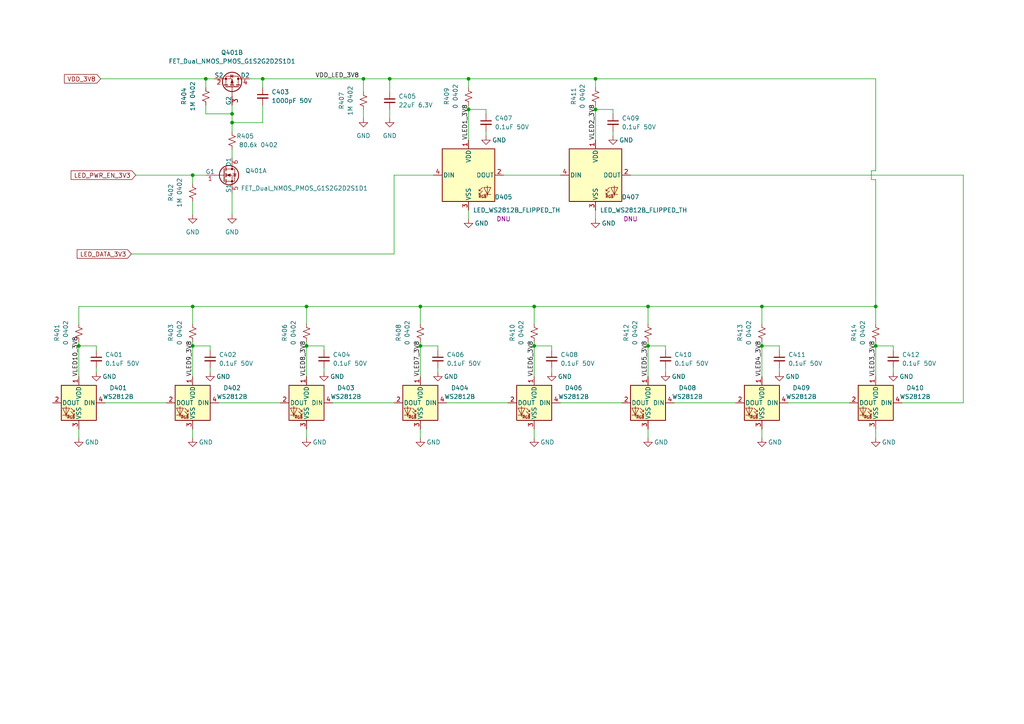
<source format=kicad_sch>
(kicad_sch (version 20211123) (generator eeschema)
  (paper "A4")
  (lib_symbols
    (symbol "Device:C_Small" (pin_numbers hide) (pin_names (offset 0.254) hide)
      (property "Reference" "C" (at 0.254 1.778 0))
      (property "Value" "C_Small" (at 0.254 -2.032 0))
      (symbol "C_Small_0_1"
        (polyline (pts (xy -1.524 -0.508) (xy 1.524 -0.508)) (stroke (width 0.3302)))
        (polyline (pts (xy -1.524 0.508) (xy 1.524 0.508)) (stroke (width 0.3048)))
      )
      (symbol "C_Small_1_1"
        (pin passive line (at 0 2.54 270) (length 2.032) (name "~") (number "1"))
        (pin passive line (at 0 -2.54 90) (length 2.032) (name "~") (number "2"))
      )
    )
    (symbol "Device:R_Small_US" (pin_numbers hide) (pin_names (offset 0.254) hide)
      (property "Reference" "R" (at 0.762 0.508 0))
      (property "Value" "R_Small_US" (at 0.762 -1.016 0))
      (symbol "R_Small_US_1_1"
        (polyline (pts (xy 0 0) (xy 1.016 -0.381) (xy 0 -0.762) (xy -1.016 -1.143) (xy 0 -1.524)))
        (polyline (pts (xy 0 1.524) (xy 1.016 1.143) (xy 0 0.762) (xy -1.016 0.381) (xy 0 0)))
        (pin passive line (at 0 2.54 270) (length 1.016) (name "~") (number "1"))
        (pin passive line (at 0 -2.54 90) (length 1.016) (name "~") (number "2"))
      )
    )
    (symbol "LED:WS2812B" (pin_names (offset 0.254))
      (property "Reference" "D" (at 5.08 5.715 0))
      (property "Value" "WS2812B" (at 1.27 -5.715 0))
      (symbol "WS2812B_0_0"
        (text "RGB" (at 2.286 -4.191 0) (effects (font (size 0.762 0.762))))
      )
      (symbol "WS2812B_0_1"
        (polyline (pts (xy 1.27 -3.556) (xy 1.778 -3.556)))
        (polyline (pts (xy 1.27 -2.54) (xy 1.778 -2.54)))
        (polyline (pts (xy 4.699 -3.556) (xy 2.667 -3.556)))
        (polyline (pts (xy 2.286 -2.54) (xy 1.27 -3.556) (xy 1.27 -3.048)))
        (polyline (pts (xy 2.286 -1.524) (xy 1.27 -2.54) (xy 1.27 -2.032)))
        (polyline (pts (xy 3.683 -1.016) (xy 3.683 -3.556) (xy 3.683 -4.064)))
        (polyline (pts (xy 4.699 -1.524) (xy 2.667 -1.524) (xy 3.683 -3.556) (xy 4.699 -1.524)))
        (rectangle (start 5.08 5.08) (end -5.08 -5.08) (stroke (width 0.254)) (fill (type background)))
      )
      (symbol "WS2812B_1_1"
        (pin power_in line (at 0 7.62 270) (length 2.54) (name "VDD") (number "1"))
        (pin output line (at 7.62 0 180) (length 2.54) (name "DOUT") (number "2"))
        (pin power_in line (at 0 -7.62 90) (length 2.54) (name "VSS") (number "3"))
        (pin input line (at -7.62 0 0) (length 2.54) (name "DIN") (number "4"))
      )
    )
    (symbol "RK_LED:LED_WS2812B_FLIPPED_TH" (pin_names (offset 0.254))
      (property "Reference" "D" (at 3.302 -10.668 0))
      (property "Value" "LED_WS2812B_FLIPPED_TH" (at 1.778 -10.668 0))
      (symbol "LED_WS2812B_FLIPPED_TH_0_0"
        (text "RGB" (at 4.064 -6.223 0) (effects (font (size 0.762 0.762))))
      )
      (symbol "LED_WS2812B_FLIPPED_TH_0_1"
        (rectangle (start -7.62 7.62) (end 7.62 -7.62) (stroke (width 0.254)) (fill (type background)))
        (polyline (pts (xy 3.048 -5.588) (xy 3.556 -5.588)))
        (polyline (pts (xy 3.048 -4.572) (xy 3.556 -4.572)))
        (polyline (pts (xy 6.477 -5.588) (xy 4.445 -5.588)))
        (polyline (pts (xy 4.064 -4.572) (xy 3.048 -5.588) (xy 3.048 -5.08)))
        (polyline (pts (xy 4.064 -3.556) (xy 3.048 -4.572) (xy 3.048 -4.064)))
        (polyline (pts (xy 5.461 -3.048) (xy 5.461 -5.588) (xy 5.461 -6.096)))
        (polyline (pts (xy 6.477 -3.556) (xy 4.445 -3.556) (xy 5.461 -5.588) (xy 6.477 -3.556)))
      )
      (symbol "LED_WS2812B_FLIPPED_TH_1_1"
        (pin power_in line (at 0 10.16 270) (length 2.54) (name "VDD") (number "1"))
        (pin output line (at 10.16 0 180) (length 2.54) (name "DOUT") (number "2"))
        (pin power_in line (at 0 -10.16 90) (length 2.54) (name "VSS") (number "3"))
        (pin input line (at -10.16 0 0) (length 2.54) (name "DIN") (number "4"))
      )
    )
    (symbol "RK_Transistor_FET:FET_Dual_NMOS_PMOS_G1S2G2D2S1D1" (pin_names (offset 0))
      (property "Reference" "Q" (at 5.08 1.27 0))
      (property "Value" "FET_Dual_NMOS_PMOS_G1S2G2D2S1D1" (at 5.08 -1.27 0))
      (symbol "FET_Dual_NMOS_PMOS_G1S2G2D2S1D1_0_1"
        (polyline (pts (xy 0.762 0.508) (xy 0.762 -0.508)) (stroke (width 0.254)))
      )
      (symbol "FET_Dual_NMOS_PMOS_G1S2G2D2S1D1_1_1"
        (polyline (pts (xy 0.254 0) (xy -2.54 0)))
        (polyline (pts (xy 0.254 1.905) (xy 0.254 -1.905)) (stroke (width 0.254)))
        (polyline (pts (xy 0.762 -1.27) (xy 0.762 -2.286)) (stroke (width 0.254)))
        (polyline (pts (xy 0.762 0.508) (xy 0.762 -0.508)) (stroke (width 0.254)))
        (polyline (pts (xy 0.762 2.286) (xy 0.762 1.27)) (stroke (width 0.254)))
        (polyline (pts (xy 2.54 2.54) (xy 2.54 1.778)))
        (polyline (pts (xy 2.54 -2.54) (xy 2.54 0) (xy 0.762 0)))
        (polyline (pts (xy 0.762 -1.778) (xy 3.302 -1.778) (xy 3.302 1.778) (xy 0.762 1.778)))
        (polyline (pts (xy 1.016 0) (xy 2.032 0.381) (xy 2.032 -0.381) (xy 1.016 0)) (fill (type outline)))
        (polyline (pts (xy 2.794 0.508) (xy 2.921 0.381) (xy 3.683 0.381) (xy 3.81 0.254)))
        (polyline (pts (xy 3.302 0.381) (xy 2.921 -0.254) (xy 3.683 -0.254) (xy 3.302 0.381)))
        (circle (center 1.651 0) (radius 2.794) (stroke (width 0.254)))
        (circle (center 2.54 -1.778) (radius 0.254) (fill (type outline)))
        (circle (center 2.54 1.778) (radius 0.254) (fill (type outline)))
        (pin passive line (at -5.08 0 0) (length 2.54) (name "G1") (number "1"))
        (pin passive line (at 2.54 -5.08 90) (length 2.54) (name "S1") (number "5"))
        (pin passive line (at 2.54 5.08 270) (length 2.54) (name "D1") (number "6"))
      )
      (symbol "FET_Dual_NMOS_PMOS_G1S2G2D2S1D1_2_1"
        (polyline (pts (xy 0.254 0) (xy -2.54 0)))
        (polyline (pts (xy 0.254 1.905) (xy 0.254 -1.905)) (stroke (width 0.254)))
        (polyline (pts (xy 0.762 -1.27) (xy 0.762 -2.286)) (stroke (width 0.254)))
        (polyline (pts (xy 0.762 2.286) (xy 0.762 1.27)) (stroke (width 0.254)))
        (polyline (pts (xy 2.54 2.54) (xy 2.54 1.778)))
        (polyline (pts (xy 2.54 -2.54) (xy 2.54 0) (xy 0.762 0)))
        (polyline (pts (xy 0.762 1.778) (xy 3.302 1.778) (xy 3.302 -1.778) (xy 0.762 -1.778)))
        (polyline (pts (xy 2.286 0) (xy 1.27 0.381) (xy 1.27 -0.381) (xy 2.286 0)) (fill (type outline)))
        (polyline (pts (xy 2.794 -0.508) (xy 2.921 -0.381) (xy 3.683 -0.381) (xy 3.81 -0.254)))
        (polyline (pts (xy 3.302 -0.381) (xy 2.921 0.254) (xy 3.683 0.254) (xy 3.302 -0.381)))
        (circle (center 1.651 0) (radius 2.794) (stroke (width 0.254)))
        (circle (center 2.54 -1.778) (radius 0.254) (fill (type outline)))
        (circle (center 2.54 1.778) (radius 0.254) (fill (type outline)))
        (pin passive line (at 2.54 -5.08 90) (length 2.54) (name "S2") (number "2"))
        (pin passive line (at -5.08 0 0) (length 2.54) (name "G2") (number "3"))
        (pin passive line (at 2.54 5.08 270) (length 2.54) (name "D2") (number "4"))
      )
    )
    (symbol "power:GND" (power) (pin_names (offset 0))
      (property "Value" "GND" (at 0 -3.81 0))
      (symbol "GND_0_1"
        (polyline (pts (xy 0 0) (xy 0 -1.27) (xy 1.27 -1.27) (xy 0 -2.54) (xy -1.27 -1.27) (xy 0 -1.27)))
      )
      (symbol "GND_1_1"
        (pin power_in line (at 0 0 270) (length 0) hide (name "GND") (number "1"))
      )
    )
  )
  (junction (at 59.69 22.86))
  (junction (at 67.31 33.02))
  (junction (at 105.41 22.86))
  (junction (at 220.98 100.33))
  (junction (at 121.92 100.33))
  (junction (at 88.9 88.9))
  (junction (at 55.88 88.9))
  (junction (at 55.88 50.8))
  (junction (at 254 88.9))
  (junction (at 254 100.33))
  (junction (at 88.9 100.33))
  (junction (at 154.94 100.33))
  (junction (at 22.86 100.33))
  (junction (at 187.96 88.9))
  (junction (at 121.92 88.9))
  (junction (at 135.89 31.75))
  (junction (at 220.98 88.9))
  (junction (at 113.03 22.86))
  (junction (at 76.2 22.86))
  (junction (at 187.96 100.33))
  (junction (at 67.31 35.56))
  (junction (at 172.72 22.86))
  (junction (at 55.88 100.33))
  (junction (at 135.89 22.86))
  (junction (at 154.94 88.9))
  (junction (at 172.72 31.75))
  (wire (pts (xy 67.31 43.3035) (xy 67.31 45.72)))
  (wire (pts (xy 105.41 31.75) (xy 105.41 34.29)))
  (wire (pts (xy 154.94 93.98) (xy 154.94 88.9)))
  (wire (pts (xy 172.72 22.86) (xy 172.72 25.4)))
  (wire (pts (xy 121.92 100.33) (xy 121.92 99.06)))
  (wire (pts (xy 121.92 93.98) (xy 121.92 88.9)))
  (wire (pts (xy 254 88.9) (xy 254 52.07)))
  (wire (pts (xy 160.02 100.33) (xy 154.94 100.33)))
  (wire (pts (xy 177.8 38.1) (xy 177.8 39.37)))
  (wire (pts (xy 172.72 60.96) (xy 172.72 63.5)))
  (wire (pts (xy 67.31 33.02) (xy 67.31 30.48)))
  (wire (pts (xy 38.1 73.66) (xy 114.3 73.66)))
  (wire (pts (xy 29.21 22.86) (xy 59.69 22.86)))
  (wire (pts (xy 30.48 116.84) (xy 48.26 116.84)))
  (wire (pts (xy 88.9 100.33) (xy 88.9 109.22)))
  (wire (pts (xy 59.69 50.8) (xy 55.88 50.8)))
  (wire (pts (xy 187.96 100.33) (xy 187.96 99.06)))
  (wire (pts (xy 22.86 88.9) (xy 55.88 88.9)))
  (wire (pts (xy 259.08 106.68) (xy 259.08 107.95)))
  (wire (pts (xy 193.04 101.6) (xy 193.04 100.33)))
  (wire (pts (xy 76.2 30.48) (xy 76.2 35.56)))
  (wire (pts (xy 127 106.68) (xy 127 107.95)))
  (wire (pts (xy 146.05 50.8) (xy 162.56 50.8)))
  (wire (pts (xy 254 93.98) (xy 254 88.9)))
  (wire (pts (xy 60.96 101.6) (xy 60.96 100.33)))
  (wire (pts (xy 135.89 31.75) (xy 135.89 40.64)))
  (wire (pts (xy 67.31 33.02) (xy 67.31 35.56)))
  (wire (pts (xy 113.03 22.86) (xy 113.03 26.67)))
  (wire (pts (xy 93.98 106.68) (xy 93.98 107.95)))
  (wire (pts (xy 220.98 88.9) (xy 254 88.9)))
  (wire (pts (xy 93.98 100.33) (xy 88.9 100.33)))
  (wire (pts (xy 59.69 22.86) (xy 59.69 25.4)))
  (wire (pts (xy 254 49.53) (xy 254 22.86)))
  (wire (pts (xy 67.31 55.88) (xy 67.31 62.23)))
  (wire (pts (xy 27.94 106.68) (xy 27.94 107.95)))
  (wire (pts (xy 113.03 22.86) (xy 135.89 22.86)))
  (wire (pts (xy 252.73 52.07) (xy 252.73 49.53)))
  (wire (pts (xy 160.02 106.68) (xy 160.02 107.95)))
  (wire (pts (xy 154.94 88.9) (xy 187.96 88.9)))
  (wire (pts (xy 27.94 100.33) (xy 22.86 100.33)))
  (wire (pts (xy 62.23 22.86) (xy 59.69 22.86)))
  (wire (pts (xy 135.89 30.48) (xy 135.89 31.75)))
  (wire (pts (xy 172.72 30.48) (xy 172.72 31.75)))
  (wire (pts (xy 220.98 93.98) (xy 220.98 88.9)))
  (wire (pts (xy 72.39 22.86) (xy 76.2 22.86)))
  (wire (pts (xy 254 52.07) (xy 252.73 52.07)))
  (wire (pts (xy 55.88 50.8) (xy 55.88 53.34)))
  (wire (pts (xy 187.96 88.9) (xy 220.98 88.9)))
  (wire (pts (xy 55.88 88.9) (xy 88.9 88.9)))
  (wire (pts (xy 135.89 60.96) (xy 135.89 63.5)))
  (wire (pts (xy 22.86 100.33) (xy 22.86 109.22)))
  (wire (pts (xy 114.3 50.8) (xy 125.73 50.8)))
  (wire (pts (xy 154.94 100.33) (xy 154.94 109.22)))
  (wire (pts (xy 140.97 38.1) (xy 140.97 39.37)))
  (wire (pts (xy 105.41 22.86) (xy 113.03 22.86)))
  (wire (pts (xy 55.88 124.46) (xy 55.88 127)))
  (wire (pts (xy 228.6 116.84) (xy 246.38 116.84)))
  (wire (pts (xy 193.04 100.33) (xy 187.96 100.33)))
  (wire (pts (xy 252.73 49.53) (xy 254 49.53)))
  (wire (pts (xy 60.96 106.68) (xy 60.96 107.95)))
  (wire (pts (xy 220.98 100.33) (xy 220.98 99.06)))
  (wire (pts (xy 259.08 100.33) (xy 254 100.33)))
  (wire (pts (xy 182.88 50.8) (xy 279.4 50.8)))
  (wire (pts (xy 279.4 50.8) (xy 279.4 116.84)))
  (wire (pts (xy 76.2 22.86) (xy 76.2 25.4)))
  (wire (pts (xy 76.2 22.86) (xy 105.41 22.86)))
  (wire (pts (xy 187.96 100.33) (xy 187.96 109.22)))
  (wire (pts (xy 195.58 116.84) (xy 213.36 116.84)))
  (wire (pts (xy 88.9 100.33) (xy 88.9 99.06)))
  (wire (pts (xy 160.02 101.6) (xy 160.02 100.33)))
  (wire (pts (xy 135.89 22.86) (xy 172.72 22.86)))
  (wire (pts (xy 254 22.86) (xy 172.72 22.86)))
  (wire (pts (xy 55.88 100.33) (xy 55.88 99.06)))
  (wire (pts (xy 177.8 33.02) (xy 177.8 31.75)))
  (wire (pts (xy 39.37 50.8) (xy 55.88 50.8)))
  (wire (pts (xy 172.72 31.75) (xy 177.8 31.75)))
  (wire (pts (xy 154.94 100.33) (xy 154.94 99.06)))
  (wire (pts (xy 254 100.33) (xy 254 109.22)))
  (wire (pts (xy 22.86 100.33) (xy 22.86 99.06)))
  (wire (pts (xy 76.2 35.56) (xy 67.31 35.56)))
  (wire (pts (xy 114.3 73.66) (xy 114.3 50.8)))
  (wire (pts (xy 121.92 88.9) (xy 154.94 88.9)))
  (wire (pts (xy 254 124.46) (xy 254 127)))
  (wire (pts (xy 55.88 93.98) (xy 55.88 88.9)))
  (wire (pts (xy 121.92 100.33) (xy 121.92 109.22)))
  (wire (pts (xy 96.52 116.84) (xy 114.3 116.84)))
  (wire (pts (xy 193.04 106.68) (xy 193.04 107.95)))
  (wire (pts (xy 226.06 100.33) (xy 220.98 100.33)))
  (wire (pts (xy 220.98 124.46) (xy 220.98 127)))
  (wire (pts (xy 88.9 88.9) (xy 121.92 88.9)))
  (wire (pts (xy 55.88 100.33) (xy 55.88 109.22)))
  (wire (pts (xy 254 100.33) (xy 254 99.06)))
  (wire (pts (xy 220.98 100.33) (xy 220.98 109.22)))
  (wire (pts (xy 135.89 31.75) (xy 140.97 31.75)))
  (wire (pts (xy 88.9 93.98) (xy 88.9 88.9)))
  (wire (pts (xy 105.41 22.86) (xy 105.41 26.67)))
  (wire (pts (xy 259.08 101.6) (xy 259.08 100.33)))
  (wire (pts (xy 60.96 100.33) (xy 55.88 100.33)))
  (wire (pts (xy 226.06 101.6) (xy 226.06 100.33)))
  (wire (pts (xy 22.86 124.46) (xy 22.86 127)))
  (wire (pts (xy 226.06 106.68) (xy 226.06 107.95)))
  (wire (pts (xy 162.56 116.84) (xy 180.34 116.84)))
  (wire (pts (xy 154.94 124.46) (xy 154.94 127)))
  (wire (pts (xy 140.97 33.02) (xy 140.97 31.75)))
  (wire (pts (xy 127 100.33) (xy 121.92 100.33)))
  (wire (pts (xy 127 101.6) (xy 127 100.33)))
  (wire (pts (xy 59.69 30.48) (xy 59.69 33.02)))
  (wire (pts (xy 113.03 31.75) (xy 113.03 34.29)))
  (wire (pts (xy 261.62 116.84) (xy 279.4 116.84)))
  (wire (pts (xy 129.54 116.84) (xy 147.32 116.84)))
  (wire (pts (xy 63.5 116.84) (xy 81.28 116.84)))
  (wire (pts (xy 187.96 124.46) (xy 187.96 127)))
  (wire (pts (xy 121.92 124.46) (xy 121.92 127)))
  (wire (pts (xy 27.94 101.6) (xy 27.94 100.33)))
  (wire (pts (xy 135.89 22.86) (xy 135.89 25.4)))
  (wire (pts (xy 22.86 93.98) (xy 22.86 88.9)))
  (wire (pts (xy 93.98 101.6) (xy 93.98 100.33)))
  (wire (pts (xy 172.72 31.75) (xy 172.72 40.64)))
  (wire (pts (xy 187.96 93.98) (xy 187.96 88.9)))
  (wire (pts (xy 59.69 33.02) (xy 67.31 33.02)))
  (wire (pts (xy 55.88 58.42) (xy 55.88 62.23)))
  (wire (pts (xy 88.9 124.46) (xy 88.9 127)))
  (wire (pts (xy 67.31 35.56) (xy 67.31 38.2235)))
  (label "VLED1_3V8" (at 135.89 40.64 90))
  (label "VLED6_3V8" (at 154.94 109.22 90))
  (label "VLED8_3V8" (at 88.9 109.22 90))
  (label "VLED2_3V8" (at 172.72 40.64 90))
  (label "VDD_LED_3V8" (at 91.44 22.86 0))
  (label "VLED9_3V8" (at 55.88 109.22 90))
  (label "VLED4_3V8" (at 220.98 109.22 90))
  (label "VLED10_3V8" (at 22.86 109.22 90))
  (label "VLED5_3V8" (at 187.96 109.22 90))
  (label "VLED3_3V8" (at 254 109.22 90))
  (label "VLED7_3V8" (at 121.92 109.22 90))
  (global_label "LED_PWR_EN_3V3" (shape input) (at 39.37 50.8 180) (property "Intersheet References" "${INTERSHEET_REFS}" (effects hide)))
  (global_label "VDD_3V8" (shape input) (at 29.21 22.86 180) (property "Intersheet References" "${INTERSHEET_REFS}" (effects hide)))
  (global_label "LED_DATA_3V3" (shape input) (at 38.1 73.66 180) (property "Intersheet References" "${INTERSHEET_REFS}" (effects hide)))
  (symbol (lib_id "RK_LED:LED_WS2812B_FLIPPED_TH") (at 172.72 50.8 0) (unit 1)
    (property "Reference" "D407" (at 182.88 57.15 0))
    (property "Value" "LED_WS2812B_FLIPPED_TH" (at 186.69 60.96 0))
    (property "Footprint" "RK_LED_SMD:LED_WS2812B_FLIPPED_TH" (effects hide))
    (property "Datasheet" "https://voltiq.ru/datasheets/WS2812B_datasheet_EN.pdf" (effects hide))
    (property "DNU" "DNU" (at 182.88 63.5 0))
    (property "Description" "Manually Placed WS2812B" (effects hide))
    (property "Manufacturer_Name" "WorldSemi" (effects hide))
    (property "Manufacturer_Part_Number" "WS2812B-V5/W" (effects hide))
  )
  (symbol (lib_id "power:GND") (at 177.8 39.37 0) (unit 1)
    (property "Reference" "#PWR0418" (effects hide))
    (property "Value" "GND" (at 181.61 40.64 0))
  )
  (symbol (lib_id "power:GND") (at 55.88 127 0) (unit 1)
    (property "Reference" "#PWR0404" (effects hide))
    (property "Value" "GND" (at 59.69 128.27 0))
  )
  (symbol (lib_id "LED:WS2812B") (at 22.86 116.84 0) (mirror y) (unit 1)
    (property "Reference" "D401" (at 34.29 112.5093 0))
    (property "Value" "WS2812B" (at 34.29 115.0493 0))
    (property "Footprint" "LED_SMD:LED_WS2812B_PLCC4_5.0x5.0mm_P3.2mm" (effects hide))
    (property "Datasheet" "https://cdn-shop.adafruit.com/datasheets/WS2812B.pdf" (effects hide))
    (property "JLC_Cost" "0.0962" (effects hide))
    (property "JLC_MPN" "WS2812B-V5/W" (effects hide))
    (property "JLC_Manufacturer" "Worldsemi" (effects hide))
    (property "JLC_PN" "C2874885" (effects hide))
    (property "JLC_Type" "Extended" (effects hide))
    (property "Description" "Smart LED WS2812B 5x5mm" (effects hide))
  )
  (symbol (lib_id "power:GND") (at 88.9 127 0) (unit 1)
    (property "Reference" "#PWR0407" (effects hide))
    (property "Value" "GND" (at 92.71 128.27 0))
  )
  (symbol (lib_id "Device:R_Small_US") (at 59.69 27.94 180) (unit 1)
    (property "Reference" "R404" (at 53.34 27.94 90))
    (property "Value" "1M 0402" (at 55.88 27.94 90))
    (property "Footprint" "Resistor_SMD:R_0402_1005Metric" (effects hide))
    (property "JLC_Cost" "0.0005" (effects hide))
    (property "JLC_MPN" "0402WGF1004TCE" (effects hide))
    (property "JLC_Manufacturer" "UNI-ROYAL(Uniroyal Elec)" (effects hide))
    (property "JLC_PN" "C26083" (effects hide))
    (property "JLC_Type" "Basic" (effects hide))
    (property "Description" "Res 0402 1Mega ohm 1%" (effects hide))
  )
  (symbol (lib_id "Device:C_Small") (at 259.08 104.14 0) (unit 1)
    (property "Reference" "C412" (at 261.62 102.8762 0) (effects (justify left)))
    (property "Value" "0.1uF 50V" (at 261.62 105.4162 0) (effects (justify left)))
    (property "Footprint" "Capacitor_SMD:C_0402_1005Metric" (effects hide))
    (property "JLC_Cost" "0.0061" (effects hide))
    (property "JLC_MPN" "CL05B104KB54PNC" (effects hide))
    (property "JLC_Manufacturer" "Samsung Electro-Mechanics" (effects hide))
    (property "JLC_PN" "C307331" (effects hide))
    (property "JLC_Type" "Basic" (effects hide))
    (property "Description" "MLCC 0402 X7R 100nF 50V" (effects hide))
  )
  (symbol (lib_id "power:GND") (at 140.97 39.37 0) (unit 1)
    (property "Reference" "#PWR0414" (effects hide))
    (property "Value" "GND" (at 144.78 40.64 0))
  )
  (symbol (lib_id "power:GND") (at 259.08 107.95 0) (unit 1)
    (property "Reference" "#PWR0424" (effects hide))
    (property "Value" "GND" (at 262.89 109.22 0))
  )
  (symbol (lib_id "Device:R_Small_US") (at 105.41 29.21 180) (unit 1)
    (property "Reference" "R407" (at 99.06 29.21 90))
    (property "Value" "1M 0402" (at 101.6 29.21 90))
    (property "Footprint" "Resistor_SMD:R_0402_1005Metric" (effects hide))
    (property "JLC_Cost" "0.0005" (effects hide))
    (property "JLC_MPN" "0402WGF1004TCE" (effects hide))
    (property "JLC_Manufacturer" "UNI-ROYAL(Uniroyal Elec)" (effects hide))
    (property "JLC_PN" "C26083" (effects hide))
    (property "JLC_Type" "Basic" (effects hide))
    (property "Description" "Res 0402 1Mega ohm 1%" (effects hide))
  )
  (symbol (lib_id "LED:WS2812B") (at 55.88 116.84 0) (mirror y) (unit 1)
    (property "Reference" "D402" (at 67.31 112.5093 0))
    (property "Value" "WS2812B" (at 67.31 115.0493 0))
    (property "Footprint" "LED_SMD:LED_WS2812B_PLCC4_5.0x5.0mm_P3.2mm" (effects hide))
    (property "Datasheet" "https://cdn-shop.adafruit.com/datasheets/WS2812B.pdf" (effects hide))
    (property "JLC_Cost" "0.0962" (effects hide))
    (property "JLC_MPN" "WS2812B-V5/W" (effects hide))
    (property "JLC_Manufacturer" "Worldsemi" (effects hide))
    (property "JLC_PN" "C2874885" (effects hide))
    (property "JLC_Type" "Extended" (effects hide))
    (property "Description" "Smart LED WS2812B 5x5mm" (effects hide))
  )
  (symbol (lib_id "Device:R_Small_US") (at 135.89 27.94 180) (unit 1)
    (property "Reference" "R409" (at 129.54 27.94 90))
    (property "Value" "0 0402" (at 132.08 27.94 90))
    (property "Footprint" "Resistor_SMD:R_0402_1005Metric" (effects hide))
    (property "JLC_Cost" "0.0005" (effects hide))
    (property "JLC_MPN" "0402WGF0000TCE" (effects hide))
    (property "JLC_Manufacturer" "UNI-ROYAL(Uniroyal Elec)" (effects hide))
    (property "JLC_PN" "C17168" (effects hide))
    (property "JLC_Type" "Basic" (effects hide))
    (property "Description" "Res 0402 0ohm" (effects hide))
  )
  (symbol (lib_id "Device:C_Small") (at 160.02 104.14 0) (unit 1)
    (property "Reference" "C408" (at 162.56 102.8762 0) (effects (justify left)))
    (property "Value" "0.1uF 50V" (at 162.56 105.4162 0) (effects (justify left)))
    (property "Footprint" "Capacitor_SMD:C_0402_1005Metric" (effects hide))
    (property "JLC_Cost" "0.0061" (effects hide))
    (property "JLC_MPN" "CL05B104KB54PNC" (effects hide))
    (property "JLC_Manufacturer" "Samsung Electro-Mechanics" (effects hide))
    (property "JLC_PN" "C307331" (effects hide))
    (property "JLC_Type" "Basic" (effects hide))
    (property "Description" "MLCC 0402 X7R 100nF 50V" (effects hide))
  )
  (symbol (lib_id "power:GND") (at 113.03 34.29 0) (unit 1)
    (property "Reference" "#PWR0410" (effects hide))
    (property "Value" "GND" (at 113.03 39.37 0))
  )
  (symbol (lib_id "power:GND") (at 60.96 107.95 0) (unit 1)
    (property "Reference" "#PWR0405" (effects hide))
    (property "Value" "GND" (at 64.77 109.22 0))
  )
  (symbol (lib_id "RK_LED:LED_WS2812B_FLIPPED_TH") (at 135.89 50.8 0) (unit 1)
    (property "Reference" "D405" (at 146.05 57.15 0))
    (property "Value" "LED_WS2812B_FLIPPED_TH" (at 149.86 60.96 0))
    (property "Footprint" "RK_LED_SMD:LED_WS2812B_FLIPPED_TH" (effects hide))
    (property "Datasheet" "https://voltiq.ru/datasheets/WS2812B_datasheet_EN.pdf" (effects hide))
    (property "DNU" "DNU" (at 146.05 63.5 0))
    (property "Description" "Manually Placed WS2812B" (effects hide))
    (property "Manufacturer_Name" "WorldSemi" (effects hide))
    (property "Manufacturer_Part_Number" "WS2812B-V5/W" (effects hide))
  )
  (symbol (lib_id "LED:WS2812B") (at 254 116.84 0) (mirror y) (unit 1)
    (property "Reference" "D410" (at 265.43 112.5093 0))
    (property "Value" "WS2812B" (at 265.43 115.0493 0))
    (property "Footprint" "LED_SMD:LED_WS2812B_PLCC4_5.0x5.0mm_P3.2mm" (effects hide))
    (property "Datasheet" "https://cdn-shop.adafruit.com/datasheets/WS2812B.pdf" (effects hide))
    (property "JLC_Cost" "0.0962" (effects hide))
    (property "JLC_MPN" "WS2812B-V5/W" (effects hide))
    (property "JLC_Manufacturer" "Worldsemi" (effects hide))
    (property "JLC_PN" "C2874885" (effects hide))
    (property "JLC_Type" "Extended" (effects hide))
    (property "Description" "Smart LED WS2812B 5x5mm" (effects hide))
  )
  (symbol (lib_id "Device:R_Small_US") (at 88.9 96.52 180) (unit 1)
    (property "Reference" "R406" (at 82.55 96.52 90))
    (property "Value" "0 0402" (at 85.09 96.52 90))
    (property "Footprint" "Resistor_SMD:R_0402_1005Metric" (effects hide))
    (property "JLC_Cost" "0.0005" (effects hide))
    (property "JLC_MPN" "0402WGF0000TCE" (effects hide))
    (property "JLC_Manufacturer" "UNI-ROYAL(Uniroyal Elec)" (effects hide))
    (property "JLC_PN" "C17168" (effects hide))
    (property "JLC_Type" "Basic" (effects hide))
    (property "Description" "Res 0402 0ohm" (effects hide))
  )
  (symbol (lib_id "Device:R_Small_US") (at 187.96 96.52 180) (unit 1)
    (property "Reference" "R412" (at 181.61 96.52 90))
    (property "Value" "0 0402" (at 184.15 96.52 90))
    (property "Footprint" "Resistor_SMD:R_0402_1005Metric" (effects hide))
    (property "JLC_Cost" "0.0005" (effects hide))
    (property "JLC_MPN" "0402WGF0000TCE" (effects hide))
    (property "JLC_Manufacturer" "UNI-ROYAL(Uniroyal Elec)" (effects hide))
    (property "JLC_PN" "C17168" (effects hide))
    (property "JLC_Type" "Basic" (effects hide))
    (property "Description" "Res 0402 0ohm" (effects hide))
  )
  (symbol (lib_id "Device:C_Small") (at 60.96 104.14 0) (unit 1)
    (property "Reference" "C402" (at 63.5 102.8762 0) (effects (justify left)))
    (property "Value" "0.1uF 50V" (at 63.5 105.4162 0) (effects (justify left)))
    (property "Footprint" "Capacitor_SMD:C_0402_1005Metric" (effects hide))
    (property "JLC_Cost" "0.0061" (effects hide))
    (property "JLC_MPN" "CL05B104KB54PNC" (effects hide))
    (property "JLC_Manufacturer" "Samsung Electro-Mechanics" (effects hide))
    (property "JLC_PN" "C307331" (effects hide))
    (property "JLC_Type" "Basic" (effects hide))
    (property "Description" "MLCC 0402 X7R 100nF 50V" (effects hide))
  )
  (symbol (lib_id "Device:R_Small_US") (at 22.86 96.52 180) (unit 1)
    (property "Reference" "R401" (at 16.51 96.52 90))
    (property "Value" "0 0402" (at 19.05 96.52 90))
    (property "Footprint" "Resistor_SMD:R_0402_1005Metric" (effects hide))
    (property "JLC_Cost" "0.0005" (effects hide))
    (property "JLC_MPN" "0402WGF0000TCE" (effects hide))
    (property "JLC_Manufacturer" "UNI-ROYAL(Uniroyal Elec)" (effects hide))
    (property "JLC_PN" "C17168" (effects hide))
    (property "JLC_Type" "Basic" (effects hide))
    (property "Description" "Res 0402 0ohm" (effects hide))
  )
  (symbol (lib_id "Device:R_Small_US") (at 55.88 96.52 180) (unit 1)
    (property "Reference" "R403" (at 49.53 96.52 90))
    (property "Value" "0 0402" (at 52.07 96.52 90))
    (property "Footprint" "Resistor_SMD:R_0402_1005Metric" (effects hide))
    (property "JLC_Cost" "0.0005" (effects hide))
    (property "JLC_MPN" "0402WGF0000TCE" (effects hide))
    (property "JLC_Manufacturer" "UNI-ROYAL(Uniroyal Elec)" (effects hide))
    (property "JLC_PN" "C17168" (effects hide))
    (property "JLC_Type" "Basic" (effects hide))
    (property "Description" "Res 0402 0ohm" (effects hide))
  )
  (symbol (lib_id "power:GND") (at 154.94 127 0) (unit 1)
    (property "Reference" "#PWR0415" (effects hide))
    (property "Value" "GND" (at 158.75 128.27 0))
  )
  (symbol (lib_id "power:GND") (at 55.88 62.23 0) (unit 1)
    (property "Reference" "#PWR0403" (effects hide))
    (property "Value" "GND" (at 55.88 67.31 0))
  )
  (symbol (lib_id "LED:WS2812B") (at 121.92 116.84 0) (mirror y) (unit 1)
    (property "Reference" "D404" (at 133.35 112.5093 0))
    (property "Value" "WS2812B" (at 133.35 115.0493 0))
    (property "Footprint" "LED_SMD:LED_WS2812B_PLCC4_5.0x5.0mm_P3.2mm" (effects hide))
    (property "Datasheet" "https://cdn-shop.adafruit.com/datasheets/WS2812B.pdf" (effects hide))
    (property "JLC_Cost" "0.0962" (effects hide))
    (property "JLC_MPN" "WS2812B-V5/W" (effects hide))
    (property "JLC_Manufacturer" "Worldsemi" (effects hide))
    (property "JLC_PN" "C2874885" (effects hide))
    (property "JLC_Type" "Extended" (effects hide))
    (property "Description" "Smart LED WS2812B 5x5mm" (effects hide))
  )
  (symbol (lib_id "Device:R_Small_US") (at 121.92 96.52 180) (unit 1)
    (property "Reference" "R408" (at 115.57 96.52 90))
    (property "Value" "0 0402" (at 118.11 96.52 90))
    (property "Footprint" "Resistor_SMD:R_0402_1005Metric" (effects hide))
    (property "JLC_Cost" "0.0005" (effects hide))
    (property "JLC_MPN" "0402WGF0000TCE" (effects hide))
    (property "JLC_Manufacturer" "UNI-ROYAL(Uniroyal Elec)" (effects hide))
    (property "JLC_PN" "C17168" (effects hide))
    (property "JLC_Type" "Basic" (effects hide))
    (property "Description" "Res 0402 0ohm" (effects hide))
  )
  (symbol (lib_id "LED:WS2812B") (at 187.96 116.84 0) (mirror y) (unit 1)
    (property "Reference" "D408" (at 199.39 112.5093 0))
    (property "Value" "WS2812B" (at 199.39 115.0493 0))
    (property "Footprint" "LED_SMD:LED_WS2812B_PLCC4_5.0x5.0mm_P3.2mm" (effects hide))
    (property "Datasheet" "https://cdn-shop.adafruit.com/datasheets/WS2812B.pdf" (effects hide))
    (property "JLC_Cost" "0.0962" (effects hide))
    (property "JLC_MPN" "WS2812B-V5/W" (effects hide))
    (property "JLC_Manufacturer" "Worldsemi" (effects hide))
    (property "JLC_PN" "C2874885" (effects hide))
    (property "JLC_Type" "Extended" (effects hide))
    (property "Description" "Smart LED WS2812B 5x5mm" (effects hide))
  )
  (symbol (lib_id "power:GND") (at 93.98 107.95 0) (unit 1)
    (property "Reference" "#PWR0408" (effects hide))
    (property "Value" "GND" (at 97.79 109.22 0))
  )
  (symbol (lib_id "Device:R_Small_US") (at 254 96.52 180) (unit 1)
    (property "Reference" "R414" (at 247.65 96.52 90))
    (property "Value" "0 0402" (at 250.19 96.52 90))
    (property "Footprint" "Resistor_SMD:R_0402_1005Metric" (effects hide))
    (property "JLC_Cost" "0.0005" (effects hide))
    (property "JLC_MPN" "0402WGF0000TCE" (effects hide))
    (property "JLC_Manufacturer" "UNI-ROYAL(Uniroyal Elec)" (effects hide))
    (property "JLC_PN" "C17168" (effects hide))
    (property "JLC_Type" "Basic" (effects hide))
    (property "Description" "Res 0402 0ohm" (effects hide))
  )
  (symbol (lib_id "power:GND") (at 121.92 127 0) (unit 1)
    (property "Reference" "#PWR0411" (effects hide))
    (property "Value" "GND" (at 125.73 128.27 0))
  )
  (symbol (lib_id "power:GND") (at 226.06 107.95 0) (unit 1)
    (property "Reference" "#PWR0422" (effects hide))
    (property "Value" "GND" (at 229.87 109.22 0))
  )
  (symbol (lib_id "Device:R_Small_US") (at 67.31 40.7635 180) (unit 1)
    (property "Reference" "R405" (at 71.12 39.4935 0))
    (property "Value" "80.6k 0402" (at 74.93 42.0335 0))
    (property "Footprint" "Resistor_SMD:R_0402_1005Metric" (effects hide))
    (property "JLC_Cost" "0.0005" (effects hide))
    (property "JLC_MPN" "0402WGF8062TCE" (effects hide))
    (property "JLC_Manufacturer" "UNI-ROYAL(Uniroyal Elec)" (effects hide))
    (property "JLC_PN" "C25921" (effects hide))
    (property "JLC_Type" "Extended" (effects hide))
    (property "Description" "Res 0402 80.6kohm 1%" (effects hide))
  )
  (symbol (lib_id "Device:C_Small") (at 27.94 104.14 0) (unit 1)
    (property "Reference" "C401" (at 30.48 102.8762 0) (effects (justify left)))
    (property "Value" "0.1uF 50V" (at 30.48 105.4162 0) (effects (justify left)))
    (property "Footprint" "Capacitor_SMD:C_0402_1005Metric" (effects hide))
    (property "JLC_Cost" "0.0061" (effects hide))
    (property "JLC_MPN" "CL05B104KB54PNC" (effects hide))
    (property "JLC_Manufacturer" "Samsung Electro-Mechanics" (effects hide))
    (property "JLC_PN" "C307331" (effects hide))
    (property "JLC_Type" "Basic" (effects hide))
    (property "Description" "MLCC 0402 X7R 100nF 50V" (effects hide))
  )
  (symbol (lib_id "Device:C_Small") (at 113.03 29.21 0) (unit 1)
    (property "Reference" "C405" (at 115.57 27.9462 0) (effects (justify left)))
    (property "Value" "22uF 6.3V" (at 115.57 30.4862 0) (effects (justify left)))
    (property "Footprint" "Capacitor_SMD:C_0603_1608Metric" (effects hide))
    (property "JLC_Cost" "0.0044" (effects hide))
    (property "JLC_MPN" "CL10A226MQ8NRNC" (effects hide))
    (property "JLC_Manufacturer" "Samsung Electro-Mechanics" (effects hide))
    (property "JLC_PN" "C59461" (effects hide))
    (property "JLC_Type" "Basic" (effects hide))
    (property "Description" "MLCC 0603 X5R 22uF 6.3V" (effects hide))
  )
  (symbol (lib_id "power:GND") (at 160.02 107.95 0) (unit 1)
    (property "Reference" "#PWR0416" (effects hide))
    (property "Value" "GND" (at 163.83 109.22 0))
  )
  (symbol (lib_id "RK_Transistor_FET:FET_Dual_NMOS_PMOS_G1S2G2D2S1D1") (at 64.77 50.8 0) (unit 1)
    (property "Reference" "Q401" (at 71.12 49.5299 0) (effects (justify left)))
    (property "Value" "FET_Dual_NMOS_PMOS_G1S2G2D2S1D1" (at 69.85 54.61 0) (effects (justify left)))
    (property "Footprint" "Package_TO_SOT_SMD:TSOT-23-6" (effects hide))
    (property "Datasheet" "https://datasheet.lcsc.com/lcsc/2008031237_MCC-Micro-Commercial-Components-SIL2308-TP_C669010.pdf" (effects hide))
    (property "Description" "FET Dual N-CH/P-CH SOT-23-6" (effects hide))
    (property "JLC_Cost" "0.1041" (effects hide))
    (property "JLC_MPN" "SIL2308-TP" (effects hide))
    (property "JLC_Manufacturer" "MCC(Micro Commercial Components)" (effects hide))
    (property "JLC_PN" "C669010" (effects hide))
    (property "JLC_Type" "Extended" (effects hide))
  )
  (symbol (lib_id "Device:R_Small_US") (at 172.72 27.94 180) (unit 1)
    (property "Reference" "R411" (at 166.37 27.94 90))
    (property "Value" "0 0402" (at 168.91 27.94 90))
    (property "Footprint" "Resistor_SMD:R_0402_1005Metric" (effects hide))
    (property "JLC_Cost" "0.0005" (effects hide))
    (property "JLC_MPN" "0402WGF0000TCE" (effects hide))
    (property "JLC_Manufacturer" "UNI-ROYAL(Uniroyal Elec)" (effects hide))
    (property "JLC_PN" "C17168" (effects hide))
    (property "JLC_Type" "Basic" (effects hide))
    (property "Description" "Res 0402 0ohm" (effects hide))
  )
  (symbol (lib_id "power:GND") (at 254 127 0) (unit 1)
    (property "Reference" "#PWR0423" (effects hide))
    (property "Value" "GND" (at 257.81 128.27 0))
  )
  (symbol (lib_id "RK_Transistor_FET:FET_Dual_NMOS_PMOS_G1S2G2D2S1D1") (at 67.31 25.4 270) (mirror x) (unit 2)
    (property "Reference" "Q401" (at 67.31 15.24 90))
    (property "Value" "FET_Dual_NMOS_PMOS_G1S2G2D2S1D1" (at 67.31 17.78 90))
    (property "Footprint" "Package_TO_SOT_SMD:TSOT-23-6" (effects hide))
    (property "Datasheet" "https://datasheet.lcsc.com/lcsc/2008031237_MCC-Micro-Commercial-Components-SIL2308-TP_C669010.pdf" (effects hide))
    (property "Description" "FET Dual N-CH/P-CH SOT-23-6" (effects hide))
    (property "JLC_Cost" "0.1041" (effects hide))
    (property "JLC_MPN" "SIL2308-TP" (effects hide))
    (property "JLC_Manufacturer" "MCC(Micro Commercial Components)" (effects hide))
    (property "JLC_PN" "C669010" (effects hide))
    (property "JLC_Type" "Extended" (effects hide))
  )
  (symbol (lib_id "LED:WS2812B") (at 220.98 116.84 0) (mirror y) (unit 1)
    (property "Reference" "D409" (at 232.41 112.5093 0))
    (property "Value" "WS2812B" (at 232.41 115.0493 0))
    (property "Footprint" "LED_SMD:LED_WS2812B_PLCC4_5.0x5.0mm_P3.2mm" (effects hide))
    (property "Datasheet" "https://cdn-shop.adafruit.com/datasheets/WS2812B.pdf" (effects hide))
    (property "JLC_Cost" "0.0962" (effects hide))
    (property "JLC_MPN" "WS2812B-V5/W" (effects hide))
    (property "JLC_Manufacturer" "Worldsemi" (effects hide))
    (property "JLC_PN" "C2874885" (effects hide))
    (property "JLC_Type" "Extended" (effects hide))
    (property "Description" "Smart LED WS2812B 5x5mm" (effects hide))
  )
  (symbol (lib_id "Device:R_Small_US") (at 220.98 96.52 180) (unit 1)
    (property "Reference" "R413" (at 214.63 96.52 90))
    (property "Value" "0 0402" (at 217.17 96.52 90))
    (property "Footprint" "Resistor_SMD:R_0402_1005Metric" (effects hide))
    (property "JLC_Cost" "0.0005" (effects hide))
    (property "JLC_MPN" "0402WGF0000TCE" (effects hide))
    (property "JLC_Manufacturer" "UNI-ROYAL(Uniroyal Elec)" (effects hide))
    (property "JLC_PN" "C17168" (effects hide))
    (property "JLC_Type" "Basic" (effects hide))
    (property "Description" "Res 0402 0ohm" (effects hide))
  )
  (symbol (lib_id "power:GND") (at 172.72 63.5 0) (unit 1)
    (property "Reference" "#PWR0417" (effects hide))
    (property "Value" "GND" (at 176.53 64.77 0))
  )
  (symbol (lib_id "Device:C_Small") (at 127 104.14 0) (unit 1)
    (property "Reference" "C406" (at 129.54 102.8762 0) (effects (justify left)))
    (property "Value" "0.1uF 50V" (at 129.54 105.4162 0) (effects (justify left)))
    (property "Footprint" "Capacitor_SMD:C_0402_1005Metric" (effects hide))
    (property "JLC_Cost" "0.0061" (effects hide))
    (property "JLC_MPN" "CL05B104KB54PNC" (effects hide))
    (property "JLC_Manufacturer" "Samsung Electro-Mechanics" (effects hide))
    (property "JLC_PN" "C307331" (effects hide))
    (property "JLC_Type" "Basic" (effects hide))
    (property "Description" "MLCC 0402 X7R 100nF 50V" (effects hide))
  )
  (symbol (lib_id "Device:C_Small") (at 226.06 104.14 0) (unit 1)
    (property "Reference" "C411" (at 228.6 102.8762 0) (effects (justify left)))
    (property "Value" "0.1uF 50V" (at 228.6 105.4162 0) (effects (justify left)))
    (property "Footprint" "Capacitor_SMD:C_0402_1005Metric" (effects hide))
    (property "JLC_Cost" "0.0061" (effects hide))
    (property "JLC_MPN" "CL05B104KB54PNC" (effects hide))
    (property "JLC_Manufacturer" "Samsung Electro-Mechanics" (effects hide))
    (property "JLC_PN" "C307331" (effects hide))
    (property "JLC_Type" "Basic" (effects hide))
    (property "Description" "MLCC 0402 X7R 100nF 50V" (effects hide))
  )
  (symbol (lib_id "Device:R_Small_US") (at 55.88 55.88 180) (unit 1)
    (property "Reference" "R402" (at 49.53 55.88 90))
    (property "Value" "1M 0402" (at 52.07 55.88 90))
    (property "Footprint" "Resistor_SMD:R_0402_1005Metric" (effects hide))
    (property "JLC_Cost" "0.0005" (effects hide))
    (property "JLC_MPN" "0402WGF1004TCE" (effects hide))
    (property "JLC_Manufacturer" "UNI-ROYAL(Uniroyal Elec)" (effects hide))
    (property "JLC_PN" "C26083" (effects hide))
    (property "JLC_Type" "Basic" (effects hide))
    (property "Description" "Res 0402 1Mega ohm 1%" (effects hide))
  )
  (symbol (lib_id "Device:C_Small") (at 76.2 27.94 0) (unit 1)
    (property "Reference" "C403" (at 78.74 26.6762 0) (effects (justify left)))
    (property "Value" "1000pF 50V" (at 78.74 29.2162 0) (effects (justify left)))
    (property "Footprint" "Capacitor_SMD:C_0402_1005Metric" (effects hide))
    (property "JLC_Cost" "0.001" (effects hide))
    (property "JLC_MPN" "0402B102K500NT" (effects hide))
    (property "JLC_Manufacturer" "FH (Guangdong Fenghua Advanced Tech)" (effects hide))
    (property "JLC_PN" "C1523" (effects hide))
    (property "JLC_Type" "Basic" (effects hide))
    (property "Description" "MLCC 0402 X7R 1000pF 50V" (effects hide))
  )
  (symbol (lib_id "Device:C_Small") (at 193.04 104.14 0) (unit 1)
    (property "Reference" "C410" (at 195.58 102.8762 0) (effects (justify left)))
    (property "Value" "0.1uF 50V" (at 195.58 105.4162 0) (effects (justify left)))
    (property "Footprint" "Capacitor_SMD:C_0402_1005Metric" (effects hide))
    (property "JLC_Cost" "0.0061" (effects hide))
    (property "JLC_MPN" "CL05B104KB54PNC" (effects hide))
    (property "JLC_Manufacturer" "Samsung Electro-Mechanics" (effects hide))
    (property "JLC_PN" "C307331" (effects hide))
    (property "JLC_Type" "Basic" (effects hide))
    (property "Description" "MLCC 0402 X7R 100nF 50V" (effects hide))
  )
  (symbol (lib_id "Device:C_Small") (at 140.97 35.56 0) (unit 1)
    (property "Reference" "C407" (at 143.51 34.2962 0) (effects (justify left)))
    (property "Value" "0.1uF 50V" (at 143.51 36.8362 0) (effects (justify left)))
    (property "Footprint" "Capacitor_SMD:C_0402_1005Metric" (effects hide))
    (property "JLC_Cost" "0.0061" (effects hide))
    (property "JLC_MPN" "CL05B104KB54PNC" (effects hide))
    (property "JLC_Manufacturer" "Samsung Electro-Mechanics" (effects hide))
    (property "JLC_PN" "C307331" (effects hide))
    (property "JLC_Type" "Basic" (effects hide))
    (property "Description" "MLCC 0402 X7R 100nF 50V" (effects hide))
  )
  (symbol (lib_id "LED:WS2812B") (at 88.9 116.84 0) (mirror y) (unit 1)
    (property "Reference" "D403" (at 100.33 112.5093 0))
    (property "Value" "WS2812B" (at 100.33 115.0493 0))
    (property "Footprint" "LED_SMD:LED_WS2812B_PLCC4_5.0x5.0mm_P3.2mm" (effects hide))
    (property "Datasheet" "https://cdn-shop.adafruit.com/datasheets/WS2812B.pdf" (effects hide))
    (property "JLC_Cost" "0.0962" (effects hide))
    (property "JLC_MPN" "WS2812B-V5/W" (effects hide))
    (property "JLC_Manufacturer" "Worldsemi" (effects hide))
    (property "JLC_PN" "C2874885" (effects hide))
    (property "JLC_Type" "Extended" (effects hide))
    (property "Description" "Smart LED WS2812B 5x5mm" (effects hide))
  )
  (symbol (lib_id "power:GND") (at 127 107.95 0) (unit 1)
    (property "Reference" "#PWR0412" (effects hide))
    (property "Value" "GND" (at 130.81 109.22 0))
  )
  (symbol (lib_id "LED:WS2812B") (at 154.94 116.84 0) (mirror y) (unit 1)
    (property "Reference" "D406" (at 166.37 112.5093 0))
    (property "Value" "WS2812B" (at 166.37 115.0493 0))
    (property "Footprint" "LED_SMD:LED_WS2812B_PLCC4_5.0x5.0mm_P3.2mm" (effects hide))
    (property "Datasheet" "https://cdn-shop.adafruit.com/datasheets/WS2812B.pdf" (effects hide))
    (property "JLC_Cost" "0.0962" (effects hide))
    (property "JLC_MPN" "WS2812B-V5/W" (effects hide))
    (property "JLC_Manufacturer" "Worldsemi" (effects hide))
    (property "JLC_PN" "C2874885" (effects hide))
    (property "JLC_Type" "Extended" (effects hide))
    (property "Description" "Smart LED WS2812B 5x5mm" (effects hide))
  )
  (symbol (lib_id "Device:R_Small_US") (at 154.94 96.52 180) (unit 1)
    (property "Reference" "R410" (at 148.59 96.52 90))
    (property "Value" "0 0402" (at 151.13 96.52 90))
    (property "Footprint" "Resistor_SMD:R_0402_1005Metric" (effects hide))
    (property "JLC_Cost" "0.0005" (effects hide))
    (property "JLC_MPN" "0402WGF0000TCE" (effects hide))
    (property "JLC_Manufacturer" "UNI-ROYAL(Uniroyal Elec)" (effects hide))
    (property "JLC_PN" "C17168" (effects hide))
    (property "JLC_Type" "Basic" (effects hide))
    (property "Description" "Res 0402 0ohm" (effects hide))
  )
  (symbol (lib_id "power:GND") (at 187.96 127 0) (unit 1)
    (property "Reference" "#PWR0419" (effects hide))
    (property "Value" "GND" (at 191.77 128.27 0))
  )
  (symbol (lib_id "Device:C_Small") (at 177.8 35.56 0) (unit 1)
    (property "Reference" "C409" (at 180.34 34.2962 0) (effects (justify left)))
    (property "Value" "0.1uF 50V" (at 180.34 36.8362 0) (effects (justify left)))
    (property "Footprint" "Capacitor_SMD:C_0402_1005Metric" (effects hide))
    (property "JLC_Cost" "0.0061" (effects hide))
    (property "JLC_MPN" "CL05B104KB54PNC" (effects hide))
    (property "JLC_Manufacturer" "Samsung Electro-Mechanics" (effects hide))
    (property "JLC_PN" "C307331" (effects hide))
    (property "JLC_Type" "Basic" (effects hide))
    (property "Description" "MLCC 0402 X7R 100nF 50V" (effects hide))
  )
  (symbol (lib_id "power:GND") (at 105.41 34.29 0) (unit 1)
    (property "Reference" "#PWR0409" (effects hide))
    (property "Value" "GND" (at 105.41 39.37 0))
  )
  (symbol (lib_id "power:GND") (at 193.04 107.95 0) (unit 1)
    (property "Reference" "#PWR0420" (effects hide))
    (property "Value" "GND" (at 196.85 109.22 0))
  )
  (symbol (lib_id "power:GND") (at 27.94 107.95 0) (unit 1)
    (property "Reference" "#PWR0402" (effects hide))
    (property "Value" "GND" (at 31.75 109.22 0))
  )
  (symbol (lib_id "power:GND") (at 22.86 127 0) (unit 1)
    (property "Reference" "#PWR0401" (effects hide))
    (property "Value" "GND" (at 26.67 128.27 0))
  )
  (symbol (lib_id "Device:C_Small") (at 93.98 104.14 0) (unit 1)
    (property "Reference" "C404" (at 96.52 102.8762 0) (effects (justify left)))
    (property "Value" "0.1uF 50V" (at 96.52 105.4162 0) (effects (justify left)))
    (property "Footprint" "Capacitor_SMD:C_0402_1005Metric" (effects hide))
    (property "JLC_Cost" "0.0061" (effects hide))
    (property "JLC_MPN" "CL05B104KB54PNC" (effects hide))
    (property "JLC_Manufacturer" "Samsung Electro-Mechanics" (effects hide))
    (property "JLC_PN" "C307331" (effects hide))
    (property "JLC_Type" "Basic" (effects hide))
    (property "Description" "MLCC 0402 X7R 100nF 50V" (effects hide))
  )
  (symbol (lib_id "power:GND") (at 135.89 63.5 0) (unit 1)
    (property "Reference" "#PWR0413" (effects hide))
    (property "Value" "GND" (at 139.7 64.77 0))
  )
  (symbol (lib_id "power:GND") (at 67.31 62.23 0) (unit 1)
    (property "Reference" "#PWR0406" (effects hide))
    (property "Value" "GND" (at 67.31 67.31 0))
  )
  (symbol (lib_id "power:GND") (at 220.98 127 0) (unit 1)
    (property "Reference" "#PWR0421" (effects hide))
    (property "Value" "GND" (at 224.79 128.27 0))
  )
)
</source>
